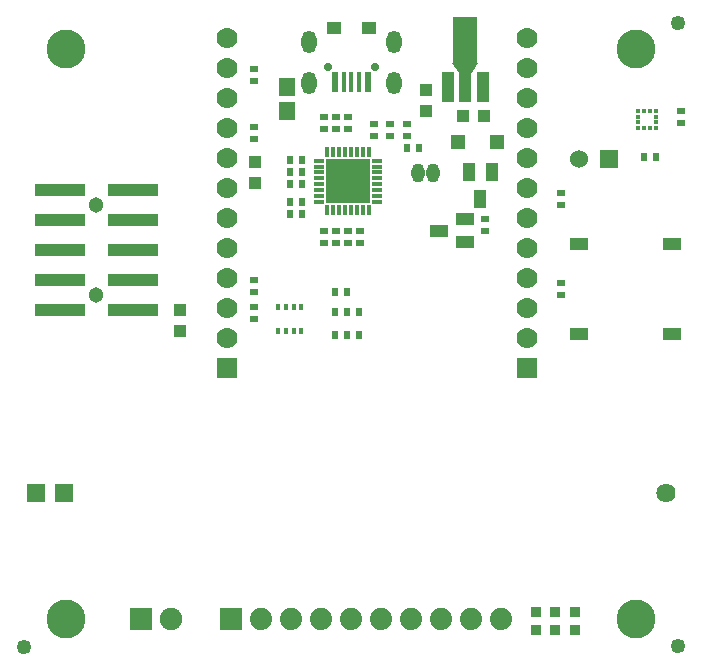
<source format=gbr>
G04 #@! TF.GenerationSoftware,KiCad,Pcbnew,5.1.0-rc2-unknown-036be7d~80~ubuntu16.04.1*
G04 #@! TF.CreationDate,2022-05-16T13:48:37+03:00*
G04 #@! TF.ProjectId,LoRa-STM32WL-DevKit_RevD,4c6f5261-2d53-4544-9d33-32574c2d4465,D*
G04 #@! TF.SameCoordinates,Original*
G04 #@! TF.FileFunction,Soldermask,Top*
G04 #@! TF.FilePolarity,Negative*
%FSLAX46Y46*%
G04 Gerber Fmt 4.6, Leading zero omitted, Abs format (unit mm)*
G04 Created by KiCad (PCBNEW 5.1.0-rc2-unknown-036be7d~80~ubuntu16.04.1) date 2022-05-16 13:48:37*
%MOMM*%
%LPD*%
G04 APERTURE LIST*
%ADD10R,0.901600X0.901600*%
%ADD11R,1.625600X1.117600*%
%ADD12C,1.301600*%
%ADD13R,4.351600X1.101600*%
%ADD14R,0.651600X0.601600*%
%ADD15R,0.425000X0.600000*%
%ADD16R,0.500000X0.800000*%
%ADD17C,0.850900*%
%ADD18C,0.100000*%
%ADD19R,2.100580X4.102100*%
%ADD20R,1.102360X2.603500*%
%ADD21R,0.601600X1.751600*%
%ADD22R,0.426600X1.751600*%
%ADD23C,0.701600*%
%ADD24R,1.201600X1.101600*%
%ADD25O,1.301600X1.901600*%
%ADD26R,1.501600X1.101600*%
%ADD27C,1.524000*%
%ADD28R,1.524000X1.524000*%
%ADD29R,1.101600X1.501600*%
%ADD30O,1.101600X1.601600*%
%ADD31R,1.301600X1.301600*%
%ADD32C,1.901600*%
%ADD33R,1.901600X1.901600*%
%ADD34R,0.601600X0.651600*%
%ADD35R,1.117600X1.117600*%
%ADD36R,0.375000X0.350000*%
%ADD37R,0.350000X0.375000*%
%ADD38C,1.879600*%
%ADD39R,1.879600X1.879600*%
%ADD40R,1.625600X1.625600*%
%ADD41C,1.625600*%
%ADD42R,3.701600X3.701600*%
%ADD43R,0.400000X0.400000*%
%ADD44R,1.422400X1.422400*%
%ADD45R,0.901600X0.351600*%
%ADD46R,0.351600X0.901600*%
%ADD47C,1.778000*%
%ADD48R,1.778000X1.778000*%
%ADD49C,1.254000*%
%ADD50C,3.300000*%
%ADD51R,1.371600X1.625600*%
G04 APERTURE END LIST*
D10*
X102743000Y-139319000D03*
X102743000Y-137795000D03*
D11*
X110998000Y-106680000D03*
X103124000Y-106680000D03*
D12*
X62230000Y-103378000D03*
D13*
X65355000Y-112268000D03*
X59105000Y-112268000D03*
X65355000Y-109728000D03*
X59105000Y-109728000D03*
X65355000Y-107188000D03*
X59105000Y-107188000D03*
X65355000Y-104648000D03*
X59105000Y-104648000D03*
X65355000Y-102108000D03*
X59105000Y-102108000D03*
D12*
X62230000Y-110998000D03*
D14*
X75565000Y-113030000D03*
X75565000Y-112014000D03*
D15*
X78925000Y-114050000D03*
X78275000Y-112000000D03*
X78925000Y-112000000D03*
X79575000Y-112000000D03*
X79575000Y-114050000D03*
X78275000Y-114050000D03*
X77625000Y-114050000D03*
X77625000Y-112000000D03*
D16*
X84439000Y-114411000D03*
X82439000Y-114411000D03*
X82439000Y-112411000D03*
X83439000Y-112411000D03*
X84439000Y-112411000D03*
X83439000Y-114411000D03*
D17*
X93472000Y-91808300D03*
D18*
G36*
X94567770Y-91382850D02*
G01*
X93999542Y-92233750D01*
X92944458Y-92233750D01*
X92376230Y-91382850D01*
X94567770Y-91382850D01*
X94567770Y-91382850D01*
G37*
D19*
X93472000Y-89458800D03*
D20*
X94973140Y-93411040D03*
X93472000Y-93411040D03*
X91970860Y-93411040D03*
D21*
X85207500Y-92939000D03*
D22*
X84470000Y-92939000D03*
X83820000Y-92939000D03*
X83170000Y-92939000D03*
D21*
X82432500Y-92939000D03*
D23*
X85820000Y-91689000D03*
X81820000Y-91689000D03*
D24*
X85320000Y-88389000D03*
X82320000Y-88389000D03*
D25*
X87420000Y-89539000D03*
X87420000Y-93009000D03*
X80220000Y-93009000D03*
X80220000Y-89539000D03*
D26*
X93436440Y-106486960D03*
X93436440Y-104584500D03*
X91226640Y-105539540D03*
D27*
X103124000Y-99441000D03*
D28*
X105664000Y-99441000D03*
D11*
X110998000Y-114300000D03*
X103124000Y-114300000D03*
D10*
X99441000Y-139319000D03*
X99441000Y-137795000D03*
X101092000Y-139319000D03*
X101092000Y-137795000D03*
D29*
X95691960Y-100619560D03*
X93789500Y-100619560D03*
X94744540Y-102829360D03*
D30*
X90693400Y-100685600D03*
X89443400Y-100685600D03*
D14*
X111760000Y-96393000D03*
X111760000Y-95377000D03*
D31*
X96123000Y-98044000D03*
X92853000Y-98044000D03*
D32*
X68580000Y-138430000D03*
D33*
X66040000Y-138430000D03*
D34*
X79629000Y-104140000D03*
X78613000Y-104140000D03*
D14*
X88519000Y-96520000D03*
X88519000Y-97536000D03*
D34*
X88519000Y-98552000D03*
X89535000Y-98552000D03*
D14*
X81534000Y-96901000D03*
X81534000Y-95885000D03*
X83566000Y-96901000D03*
X83566000Y-95885000D03*
X82550000Y-96901000D03*
X82550000Y-95885000D03*
X83566000Y-106553000D03*
X83566000Y-105537000D03*
D34*
X78613000Y-99568000D03*
X79629000Y-99568000D03*
X78613000Y-100584000D03*
X79629000Y-100584000D03*
X78613000Y-101600000D03*
X79629000Y-101600000D03*
X79629000Y-103124000D03*
X78613000Y-103124000D03*
D14*
X85725000Y-96520000D03*
X85725000Y-97536000D03*
X84582000Y-106553000D03*
X84582000Y-105537000D03*
D35*
X93243400Y-95859600D03*
X95021400Y-95859600D03*
D14*
X82550000Y-106553000D03*
X82550000Y-105537000D03*
D35*
X90170000Y-93599000D03*
X90170000Y-95377000D03*
D14*
X81534000Y-106553000D03*
X81534000Y-105537000D03*
D36*
X108089000Y-95389000D03*
X108089000Y-95889000D03*
X108089000Y-96389000D03*
X108089000Y-96889000D03*
D37*
X108589000Y-96889000D03*
X109089000Y-96889000D03*
D36*
X109589000Y-96889000D03*
X109589000Y-96389000D03*
X109589000Y-95889000D03*
X109589000Y-95389000D03*
D37*
X109089000Y-95389000D03*
X108589000Y-95389000D03*
D14*
X75565000Y-109728000D03*
X75565000Y-110744000D03*
X75565000Y-97790000D03*
X75565000Y-96774000D03*
X75565000Y-92837000D03*
X75565000Y-91821000D03*
D38*
X81280000Y-138430000D03*
X78740000Y-138430000D03*
X76200000Y-138430000D03*
D39*
X73660000Y-138430000D03*
D38*
X83820000Y-138430000D03*
X86360000Y-138430000D03*
X91440000Y-138430000D03*
X88900000Y-138430000D03*
X93980000Y-138430000D03*
X96520000Y-138430000D03*
D14*
X101600000Y-110998000D03*
X101600000Y-109982000D03*
D35*
X69342000Y-112268000D03*
X69342000Y-114046000D03*
D34*
X82423000Y-110744000D03*
X83439000Y-110744000D03*
D35*
X75692000Y-99695000D03*
X75692000Y-101473000D03*
D34*
X109601000Y-99314000D03*
X108585000Y-99314000D03*
D40*
X57150000Y-127762000D03*
D41*
X110490000Y-127762000D03*
D40*
X59470000Y-127762000D03*
D14*
X101600000Y-102362000D03*
X101600000Y-103378000D03*
X87122000Y-97536000D03*
X87122000Y-96520000D03*
X95123000Y-104521000D03*
X95123000Y-105537000D03*
D42*
X83515200Y-101371400D03*
D43*
X83015200Y-100071400D03*
X84015200Y-100071400D03*
X84815200Y-100871400D03*
X84815200Y-101871400D03*
X84015200Y-102671400D03*
X83015200Y-102671400D03*
X82215200Y-101871400D03*
X82215200Y-100871400D03*
D44*
X83515200Y-101371400D03*
D45*
X81065200Y-103121400D03*
X81065200Y-102621400D03*
X81065200Y-102121400D03*
X81065200Y-101621400D03*
X81065200Y-101121400D03*
X81065200Y-100621400D03*
X81065200Y-100121400D03*
X81065200Y-99621400D03*
D46*
X81765200Y-98921400D03*
X82265200Y-98921400D03*
X82765200Y-98921400D03*
X83265200Y-98921400D03*
X83765200Y-98921400D03*
X84265200Y-98921400D03*
X84765200Y-98921400D03*
X85265200Y-98921400D03*
D45*
X85965200Y-99621400D03*
X85965200Y-100121400D03*
X85965200Y-100621400D03*
X85965200Y-101121400D03*
X85965200Y-101621400D03*
X85965200Y-102121400D03*
X85965200Y-102621400D03*
X85965200Y-103121400D03*
D46*
X85265200Y-103821400D03*
X84765200Y-103821400D03*
X84265200Y-103821400D03*
X83765200Y-103821400D03*
X83265200Y-103821400D03*
X82765200Y-103821400D03*
X82265200Y-103821400D03*
X81765200Y-103821400D03*
D47*
X98724000Y-112070000D03*
X98724000Y-106990000D03*
X98724000Y-101910000D03*
X73324000Y-94290000D03*
X98724000Y-89210000D03*
X98724000Y-94290000D03*
X98724000Y-96830000D03*
X98724000Y-99370000D03*
X73324000Y-112070000D03*
X73324000Y-101910000D03*
X98724000Y-91750000D03*
X98724000Y-114610000D03*
X73324000Y-89210000D03*
X73324000Y-114610000D03*
X73324000Y-99370000D03*
D48*
X98724000Y-117150000D03*
D47*
X73324000Y-96830000D03*
X73324000Y-104450000D03*
X98724000Y-104450000D03*
X73324000Y-106990000D03*
X73324000Y-91750000D03*
X73324000Y-109530000D03*
X98724000Y-109530000D03*
D48*
X73324000Y-117150000D03*
D49*
X111429800Y-87985600D03*
X56108600Y-140766800D03*
X111506000Y-140716000D03*
D50*
X107950000Y-138430000D03*
X59690000Y-138430000D03*
X59690000Y-90170000D03*
X107950000Y-90170000D03*
D51*
X78359000Y-95377000D03*
X78359000Y-93345000D03*
M02*

</source>
